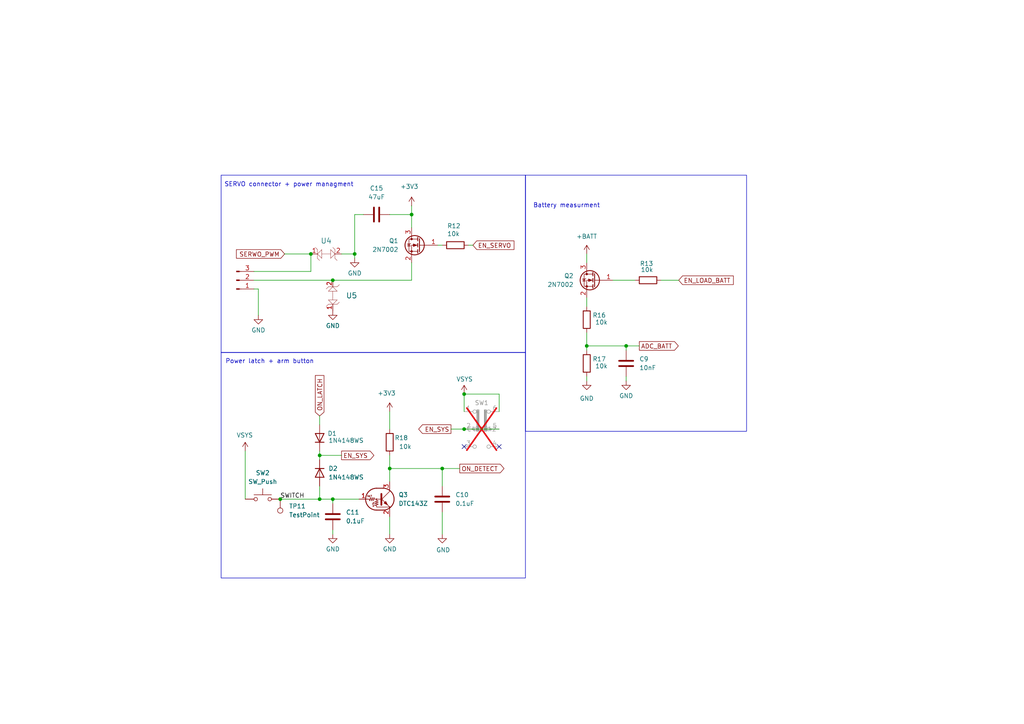
<source format=kicad_sch>
(kicad_sch (version 20250114) (generator "eeschema") (generator_version "9.0")
  (paper "A4")
  (title_block (title "DRP.004") (date "2025-04-05") (rev "v0") (company "SaintCarbonara") (comment 1 "QUACK-QUACK, MAFAKA!") (comment 2 "QUACK-QUACK, MAFAKA!"))
  (lib_symbols
    (symbol "Connector:Conn_01x03_Pin" (pin_names (offset 1.016) (hide yes))
      (property "Reference" "J" (at 0 5.08 0))
      (property "Value" "Conn_01x03_Pin" (at 0 -5.08 0))
      (symbol "Conn_01x03_Pin_1_1"
        (rectangle (start 0.8636 2.667) (end 0 2.413) (stroke (width 0.1524)) (fill (type outline)))
        (rectangle (start 0.8636 0.127) (end 0 -0.127) (stroke (width 0.1524)) (fill (type outline)))
        (rectangle (start 0.8636 -2.413) (end 0 -2.667) (stroke (width 0.1524)) (fill (type outline)))
        (polyline (pts (xy 1.27 2.54) (xy 0.8636 2.54)) (stroke (width 0.1524)))
        (polyline (pts (xy 1.27 0) (xy 0.8636 0)) (stroke (width 0.1524)))
        (polyline (pts (xy 1.27 -2.54) (xy 0.8636 -2.54)) (stroke (width 0.1524)))
        (pin passive line (at 5.08 2.54 180) (length 3.81) (name "Pin_1") (number "1"))
        (pin passive line (at 5.08 0 180) (length 3.81) (name "Pin_2") (number "2"))
        (pin passive line (at 5.08 -2.54 180) (length 3.81) (name "Pin_3") (number "3"))
      )
    )
    (symbol "Connector:TestPoint" (pin_numbers (hide yes)) (pin_names (offset 0.762) (hide yes))
      (property "Reference" "TP" (at 0 6.858 0))
      (property "Value" "TestPoint" (at 0 5.08 0))
      (symbol "TestPoint_0_1"
        (circle (center 0 3.302) (radius 0.762))
      )
      (symbol "TestPoint_1_1"
        (pin passive line (at 0 0 90) (length 2.54) (name "1") (number "1"))
      )
    )
    (symbol "Device:C" (pin_numbers (hide yes)) (pin_names (offset 0.254))
      (property "Reference" "C" (at 0.635 2.54 0))
      (property "Value" "C" (at 0.635 -2.54 0))
      (symbol "C_0_1"
        (polyline (pts (xy -2.032 0.762) (xy 2.032 0.762)) (stroke (width 0.508)))
        (polyline (pts (xy -2.032 -0.762) (xy 2.032 -0.762)) (stroke (width 0.508)))
      )
      (symbol "C_1_1"
        (pin passive line (at 0 3.81 270) (length 2.794) (name "~") (number "1"))
        (pin passive line (at 0 -3.81 90) (length 2.794) (name "~") (number "2"))
      )
    )
    (symbol "Device:R" (pin_numbers (hide yes)) (pin_names (offset 0))
      (property "Reference" "R" (at 2.032 0 90))
      (property "Value" "R" (at 0 0 90))
      (symbol "R_0_1"
        (rectangle (start -1.016 -2.54) (end 1.016 2.54) (stroke (width 0.254)))
      )
      (symbol "R_1_1"
        (pin passive line (at 0 3.81 270) (length 1.27) (name "~") (number "1"))
        (pin passive line (at 0 -3.81 90) (length 1.27) (name "~") (number "2"))
      )
    )
    (symbol "Diode:1N4148WS" (pin_numbers (hide yes)) (pin_names (hide yes))
      (property "Reference" "D" (at 0 2.54 0))
      (property "Value" "1N4148WS" (at 0 -2.54 0))
      (symbol "1N4148WS_0_1"
        (polyline (pts (xy -1.27 1.27) (xy -1.27 -1.27)) (stroke (width 0.254)))
        (polyline (pts (xy 1.27 1.27) (xy 1.27 -1.27) (xy -1.27 0) (xy 1.27 1.27)) (stroke (width 0.254)))
        (polyline (pts (xy 1.27 0) (xy -1.27 0)))
      )
      (symbol "1N4148WS_1_1"
        (pin passive line (at -3.81 0 0) (length 2.54) (name "K") (number "1"))
        (pin passive line (at 3.81 0 180) (length 2.54) (name "A") (number "2"))
      )
    )
    (symbol "Switch:SW_Push" (pin_numbers (hide yes)) (pin_names (offset 1.016) (hide yes))
      (property "Reference" "SW" (at 1.27 2.54 0))
      (property "Value" "SW_Push" (at 0 -1.524 0))
      (symbol "SW_Push_0_1"
        (circle (center -2.032 0) (radius 0.508))
        (polyline (pts (xy 0 1.27) (xy 0 3.048)))
        (circle (center 2.032 0) (radius 0.508))
        (polyline (pts (xy 2.54 1.27) (xy -2.54 1.27)))
        (pin passive line (at -5.08 0 0) (length 2.54) (name "1") (number "1"))
        (pin passive line (at 5.08 0 180) (length 2.54) (name "2") (number "2"))
      )
    )
    (symbol "Switch:SW_Slide_DPDT" (pin_names (offset 0) (hide yes))
      (property "Reference" "SW" (at 0 6.858 0))
      (property "Value" "SW_Slide_DPDT" (at 0 -8.128 0))
      (symbol "SW_Slide_DPDT_0_0"
        (circle (center -2.032 5.08) (radius 0.508))
        (circle (center -2.032 -5.08) (radius 0.508))
        (circle (center 2.032 0) (radius 0.508))
        (circle (center 2.032 -5.08) (radius 0.508))
      )
      (symbol "SW_Slide_DPDT_0_1"
        (circle (center -2.032 0) (radius 0.508))
        (circle (center 2.032 5.08) (radius 0.508))
      )
      (symbol "SW_Slide_DPDT_1_1"
        (rectangle (start -1.397 5.588) (end -0.762 -0.508) (fill (type outline)))
        (rectangle (start 0.762 5.588) (end 1.397 -0.508) (fill (type outline)))
        (pin passive line (at -5.08 5.08 0) (length 2.54) (name "A") (number "1"))
        (pin passive line (at -5.08 0 0) (length 2.54) (name "B") (number "2"))
        (pin passive line (at -5.08 -5.08 0) (length 2.54) (name "C") (number "3"))
        (pin passive line (at 5.08 5.08 180) (length 2.54) (name "C") (number "6"))
        (pin passive line (at 5.08 0 180) (length 2.54) (name "B") (number "5"))
        (pin passive line (at 5.08 -5.08 180) (length 2.54) (name "A") (number "4"))
      )
    )
    (symbol "TPD1E10B06DPYR:TPD1E10B06DPYR" (pin_names (offset 0.254))
      (property "Reference" "U" (at 14.605 8.255 0))
      (symbol "TPD1E10B06DPYR_0_1"
        (polyline (pts (xy 11.43 1.905) (xy 12.065 1.27)) (stroke (width 0.0762)))
        (polyline (pts (xy 12.065 1.27) (xy 12.065 -1.27)) (stroke (width 0.0762)))
        (polyline (pts (xy 12.065 0) (xy 13.335 -1.27)) (stroke (width 0.0762)))
        (polyline (pts (xy 12.7 -1.905) (xy 12.065 -1.27)) (stroke (width 0.0762)))
        (polyline (pts (xy 13.335 1.27) (xy 12.065 0)) (stroke (width 0.0762)))
        (polyline (pts (xy 13.335 0) (xy 15.875 0)) (stroke (width 0.0762)))
        (polyline (pts (xy 13.335 -1.27) (xy 13.335 1.27)) (stroke (width 0.0762)))
        (polyline (pts (xy 15.875 -1.27) (xy 15.875 1.27)) (stroke (width 0.0762)))
        (polyline (pts (xy 15.875 -1.27) (xy 17.145 0)) (stroke (width 0.0762)))
        (polyline (pts (xy 16.51 1.905) (xy 17.145 1.27)) (stroke (width 0.0762)))
        (polyline (pts (xy 17.145 0) (xy 15.875 1.27)) (stroke (width 0.0762)))
        (polyline (pts (xy 17.145 -1.27) (xy 17.145 1.27)) (stroke (width 0.0762)))
        (polyline (pts (xy 17.78 -1.905) (xy 17.145 -1.27)) (stroke (width 0.0762)))
      )
      (symbol "TPD1E10B06DPYR_1_1"
        (pin unspecified line (at 10.16 0 0) (length 1.905) (name "") (number "1"))
        (pin unspecified line (at 19.05 0 180) (length 1.905) (name "") (number "2"))
      )
    )
    (symbol "Transistor_BJT:DTC143Z" (pin_names (offset 0) (hide yes))
      (property "Reference" "Q" (at 5.08 1.905 0))
      (property "Value" "DTC143Z" (at 5.08 0 0))
      (symbol "DTC143Z_0_0"
        (text "4k7" (at -3.302 0.889 0) (effects (font (size 0.508 0.508))))
        (text "47k" (at -2.159 -1.524 900) (effects (font (size 0.508 0.508))))
      )
      (symbol "DTC143Z_0_1"
        (polyline (pts (xy -3.429 0) (xy -3.81 0)))
        (polyline (pts (xy -1.27 3.175) (xy 0.635 3.175)) (stroke (width 0.254)))
        (circle (center -1.27 0) (radius 0.127))
        (polyline (pts (xy -1.27 0) (xy -1.27 -0.381) (xy -0.762 -0.508) (xy -1.778 -0.762) (xy -0.762 -1.016) (xy -1.778 -1.27) (xy -0.762 -1.524) (xy -1.778 -1.778) (xy -1.27 -1.905) (xy -1.27 -2.286) (xy 2.54 -2.286)))
        (polyline (pts (xy -1.27 -3.175) (xy 0.635 -3.175)) (stroke (width 0.254)))
        (arc (start -1.27 -3.175) (mid -4.4312 0) (end -1.27 3.175) (stroke (width 0.254)))
        (polyline (pts (xy 0 0) (xy -1.905 0) (xy -2.032 0.508) (xy -2.286 -0.508) (xy -2.54 0.508) (xy -2.794 -0.508) (xy -3.048 0.508) (xy -3.302 -0.508) (xy -3.429 0)))
        (polyline (pts (xy 0 -0.254) (xy 2.54 2.286)))
        (polyline (pts (xy 0.127 1.524) (xy 0.127 -1.651)) (stroke (width 0.508)) (fill (type outline)))
        (arc (start 0.635 3.175) (mid 3.7962 0) (end 0.635 -3.175) (stroke (width 0.254)))
        (polyline (pts (xy 0.889 -1.143) (xy 1.397 -0.635) (xy 1.905 -1.651) (xy 0.889 -1.143)) (fill (type outline)))
        (polyline (pts (xy 2.54 2.286) (xy 2.54 2.54)))
        (polyline (pts (xy 2.54 -2.286) (xy 0 0.254) (xy 0 0.254)))
        (circle (center 2.54 -2.286) (radius 0.127))
      )
      (symbol "DTC143Z_1_1"
        (pin input line (at -6.35 0 0) (length 2.54) (name "B") (number "1"))
        (pin passive line (at 2.54 5.08 270) (length 2.54) (name "C") (number "3"))
        (pin passive line (at 2.54 -5.08 90) (length 2.54) (name "E") (number "2"))
      )
    )
    (symbol "Transistor_FET:2N7002" (pin_names (hide yes))
      (property "Reference" "Q" (at 5.08 1.905 0))
      (property "Value" "2N7002" (at 5.08 0 0))
      (symbol "2N7002_0_1"
        (polyline (pts (xy 0.254 1.905) (xy 0.254 -1.905)) (stroke (width 0.254)))
        (polyline (pts (xy 0.254 0) (xy -2.54 0)))
        (polyline (pts (xy 0.762 2.286) (xy 0.762 1.27)) (stroke (width 0.254)))
        (polyline (pts (xy 0.762 0.508) (xy 0.762 -0.508)) (stroke (width 0.254)))
        (polyline (pts (xy 0.762 -1.27) (xy 0.762 -2.286)) (stroke (width 0.254)))
        (polyline (pts (xy 0.762 -1.778) (xy 3.302 -1.778) (xy 3.302 1.778) (xy 0.762 1.778)))
        (polyline (pts (xy 1.016 0) (xy 2.032 0.381) (xy 2.032 -0.381) (xy 1.016 0)) (fill (type outline)))
        (circle (center 1.651 0) (radius 2.794) (stroke (width 0.254)))
        (polyline (pts (xy 2.54 2.54) (xy 2.54 1.778)))
        (circle (center 2.54 1.778) (radius 0.254) (fill (type outline)))
        (circle (center 2.54 -1.778) (radius 0.254) (fill (type outline)))
        (polyline (pts (xy 2.54 -2.54) (xy 2.54 0) (xy 0.762 0)))
        (polyline (pts (xy 2.794 0.508) (xy 2.921 0.381) (xy 3.683 0.381) (xy 3.81 0.254)))
        (polyline (pts (xy 3.302 0.381) (xy 2.921 -0.254) (xy 3.683 -0.254) (xy 3.302 0.381)))
      )
      (symbol "2N7002_1_1"
        (pin input line (at -5.08 0 0) (length 2.54) (name "G") (number "1"))
        (pin passive line (at 2.54 5.08 270) (length 2.54) (name "D") (number "3"))
        (pin passive line (at 2.54 -5.08 90) (length 2.54) (name "S") (number "2"))
      )
    )
    (symbol "power:+3V3" (power) (pin_numbers (hide yes)) (pin_names (offset 0) (hide yes))
      (property "Value" "+3V3" (at 0 3.556 0))
      (symbol "+3V3_0_1"
        (polyline (pts (xy -0.762 1.27) (xy 0 2.54)))
        (polyline (pts (xy 0 2.54) (xy 0.762 1.27)))
        (polyline (pts (xy 0 0) (xy 0 2.54)))
      )
      (symbol "+3V3_1_1"
        (pin power_in line (at 0 0 90) (length 0) (name "~") (number "1"))
      )
    )
    (symbol "power:+5V" (power) (pin_numbers (hide yes)) (pin_names (offset 0) (hide yes))
      (property "Value" "+5V" (at 0 3.556 0))
      (symbol "+5V_0_1"
        (polyline (pts (xy -0.762 1.27) (xy 0 2.54)))
        (polyline (pts (xy 0 2.54) (xy 0.762 1.27)))
        (polyline (pts (xy 0 0) (xy 0 2.54)))
      )
      (symbol "+5V_1_1"
        (pin power_in line (at 0 0 90) (length 0) (name "~") (number "1"))
      )
    )
    (symbol "power:+BATT" (power) (pin_numbers (hide yes)) (pin_names (offset 0) (hide yes))
      (property "Value" "+BATT" (at 0 3.556 0))
      (symbol "+BATT_0_1"
        (polyline (pts (xy -0.762 1.27) (xy 0 2.54)))
        (polyline (pts (xy 0 2.54) (xy 0.762 1.27)))
        (polyline (pts (xy 0 0) (xy 0 2.54)))
      )
      (symbol "+BATT_1_1"
        (pin power_in line (at 0 0 90) (length 0) (name "~") (number "1"))
      )
    )
    (symbol "power:GND" (power) (pin_numbers (hide yes)) (pin_names (offset 0) (hide yes))
      (property "Value" "GND" (at 0 -3.81 0))
      (symbol "GND_0_1"
        (polyline (pts (xy 0 0) (xy 0 -1.27) (xy 1.27 -1.27) (xy 0 -2.54) (xy -1.27 -1.27) (xy 0 -1.27)))
      )
      (symbol "GND_1_1"
        (pin power_in line (at 0 0 270) (length 0) (name "~") (number "1"))
      )
    )
    (symbol "power:VCC" (power) (pin_numbers (hide yes)) (pin_names (offset 0) (hide yes))
      (property "Value" "VCC" (at 0 3.556 0))
      (symbol "VCC_0_1"
        (polyline (pts (xy -0.762 1.27) (xy 0 2.54)))
        (polyline (pts (xy 0 2.54) (xy 0.762 1.27)))
        (polyline (pts (xy 0 0) (xy 0 2.54)))
      )
      (symbol "VCC_1_1"
        (pin power_in line (at 0 0 90) (length 0) (name "~") (number "1"))
      )
    )
  )
  (rectangle (start 152.4 50.8) (end 216.535 125.095))
  (rectangle (start 64.135 102.235) (end 152.4 167.64))
  (rectangle (start 64.135 50.8) (end 152.4 102.235))
  (text "SERVO connector + power managment" (at 83.82 53.594 0) (effects (font (size 1.27 1.27))))
  (text "Battery measurment" (at 164.338 59.69 0) (effects (font (size 1.27 1.27))))
  (text "Power latch + arm button" (at 78.232 104.902 0) (effects (font (size 1.27 1.27))))
  (junction (at 96.52 81.28))
  (junction (at 90.17 73.66))
  (junction (at 102.87 73.66))
  (junction (at 128.27 135.89))
  (junction (at 134.62 114.3))
  (junction (at 113.03 135.89))
  (junction (at 181.61 100.33))
  (junction (at 119.38 62.23))
  (junction (at 92.71 132.08))
  (junction (at 96.52 144.78))
  (junction (at 81.28 144.78))
  (junction (at 134.62 124.46))
  (junction (at 170.18 100.33))
  (junction (at 92.71 144.78))
  (no_connect (at 144.78 129.54))
  (no_connect (at 134.62 129.54))
  (wire (pts (xy 170.18 96.52) (xy 170.18 100.33)))
  (wire (pts (xy 73.66 78.74) (xy 90.17 78.74)))
  (wire (pts (xy 170.18 100.33) (xy 170.18 101.6)))
  (wire (pts (xy 137.16 71.12) (xy 135.89 71.12)))
  (wire (pts (xy 113.03 135.89) (xy 128.27 135.89)))
  (wire (pts (xy 96.52 81.28) (xy 119.38 81.28)))
  (wire (pts (xy 127 71.12) (xy 128.27 71.12)))
  (wire (pts (xy 99.06 73.66) (xy 102.87 73.66)))
  (wire (pts (xy 92.71 132.08) (xy 92.71 133.35)))
  (wire (pts (xy 128.27 140.97) (xy 128.27 135.89)))
  (wire (pts (xy 92.71 144.78) (xy 96.52 144.78)))
  (wire (pts (xy 73.66 81.28) (xy 96.52 81.28)))
  (wire (pts (xy 96.52 146.05) (xy 96.52 144.78)))
  (wire (pts (xy 170.18 109.22) (xy 170.18 110.49)))
  (wire (pts (xy 102.87 62.23) (xy 102.87 73.66)))
  (wire (pts (xy 170.18 100.33) (xy 181.61 100.33)))
  (wire (pts (xy 191.77 81.28) (xy 196.85 81.28)))
  (wire (pts (xy 144.78 119.38) (xy 144.78 114.3)))
  (wire (pts (xy 119.38 81.28) (xy 119.38 76.2)))
  (wire (pts (xy 181.61 100.33) (xy 181.61 101.6)))
  (wire (pts (xy 92.71 132.08) (xy 99.06 132.08)))
  (wire (pts (xy 82.55 73.66) (xy 90.17 73.66)))
  (wire (pts (xy 96.52 153.67) (xy 96.52 154.94)))
  (wire (pts (xy 102.87 74.93) (xy 102.87 73.66)))
  (wire (pts (xy 119.38 62.23) (xy 119.38 66.04)))
  (wire (pts (xy 96.52 144.78) (xy 104.14 144.78)))
  (wire (pts (xy 73.66 83.82) (xy 74.93 83.82)))
  (wire (pts (xy 113.03 119.38) (xy 113.03 124.46)))
  (wire (pts (xy 81.28 144.78) (xy 92.71 144.78)))
  (wire (pts (xy 105.41 62.23) (xy 102.87 62.23)))
  (wire (pts (xy 128.27 135.89) (xy 133.35 135.89)))
  (wire (pts (xy 74.93 83.82) (xy 74.93 91.44)))
  (wire (pts (xy 92.71 123.19) (xy 92.71 120.65)))
  (wire (pts (xy 92.71 140.97) (xy 92.71 144.78)))
  (wire (pts (xy 71.12 130.81) (xy 71.12 144.78)))
  (wire (pts (xy 119.38 59.69) (xy 119.38 62.23)))
  (wire (pts (xy 90.17 73.66) (xy 90.17 78.74)))
  (wire (pts (xy 144.78 124.46) (xy 134.62 124.46)))
  (wire (pts (xy 113.03 149.86) (xy 113.03 154.94)))
  (wire (pts (xy 170.18 86.36) (xy 170.18 88.9)))
  (wire (pts (xy 92.71 130.81) (xy 92.71 132.08)))
  (wire (pts (xy 177.8 81.28) (xy 184.15 81.28)))
  (wire (pts (xy 130.81 124.46) (xy 134.62 124.46)))
  (wire (pts (xy 134.62 114.3) (xy 144.78 114.3)))
  (wire (pts (xy 113.03 135.89) (xy 113.03 139.7)))
  (wire (pts (xy 185.42 100.33) (xy 181.61 100.33)))
  (wire (pts (xy 119.38 62.23) (xy 113.03 62.23)))
  (wire (pts (xy 181.61 109.22) (xy 181.61 110.49)))
  (wire (pts (xy 170.18 73.66) (xy 170.18 76.2)))
  (wire (pts (xy 113.03 132.08) (xy 113.03 135.89)))
  (wire (pts (xy 134.62 114.3) (xy 134.62 119.38)))
  (wire (pts (xy 128.27 148.59) (xy 128.27 154.94)))
  (label "SWITCH" (at 81.28 144.78 0))
  (global_label "EN_LOAD_BATT" (shape input) (at 196.85 81.28 0) (property "Intersheetrefs" "${INTERSHEET_REFS}" (effects (hide yes))))
  (global_label "SERWO_PWM" (shape input) (at 82.55 73.66 180) (property "Intersheetrefs" "${INTERSHEET_REFS}" (effects (hide yes))) (property "Netclass" "PWM" (effects (hide yes))))
  (global_label "ON_LATCH" (shape input) (at 92.71 120.65 90) (property "Intersheetrefs" "${INTERSHEET_REFS}" (effects (hide yes))))
  (global_label "ON_DETECT" (shape output) (at 133.35 135.89 0) (property "Intersheetrefs" "${INTERSHEET_REFS}" (effects (hide yes))))
  (global_label "ADC_BATT" (shape output) (at 185.42 100.33 0) (property "Intersheetrefs" "${INTERSHEET_REFS}" (effects (hide yes))) (property "Netclass" "ANALOG" (effects (hide yes))))
  (global_label "EN_SERVO" (shape input) (at 137.16 71.12 0) (property "Intersheetrefs" "${INTERSHEET_REFS}" (effects (hide yes))))
  (global_label "EN_SYS" (shape output) (at 99.06 132.08 0) (property "Intersheetrefs" "${INTERSHEET_REFS}" (effects (hide yes))))
  (global_label "EN_SYS" (shape output) (at 130.81 124.46 180) (property "Intersheetrefs" "${INTERSHEET_REFS}" (effects (hide yes))))
  (symbol (lib_id "Device:C") (at 128.27 144.78 0) (mirror y) (unit 1)
    (property "Reference" "C10" (at 132.08 143.5099 0) (effects (justify right)))
    (property "Value" "0.1uF" (at 132.08 146.0499 0) (effects (justify right)))
    (property "Footprint" "Capacitor_SMD:C_0603_1608Metric" (effects (hide yes)))
    (property "Description" "Unpolarized capacitor" (effects (hide yes)))
  )
  (symbol (lib_id "power:GND") (at 128.27 154.94 0) (mirror y) (unit 1)
    (property "Reference" "#PWR041" (effects (hide yes)))
    (property "Value" "GND" (at 126.492 159.512 0) (effects (justify right)))
    (property "Description" "Power symbol creates a global label with name \"GND\" , ground" (effects (hide yes)))
  )
  (symbol (lib_id "TPD1E10B06DPYR:TPD1E10B06DPYR") (at 96.52 100.33 90) (unit 1)
    (property "Reference" "U5" (at 100.33 85.7249 90) (effects (font (size 1.524 1.524)) (justify right)))
    (property "Value" "TPD1E10B06DPYR" (effects (hide yes)))
    (property "Footprint" "TPD1E10B06DPYR:X1SON-2_L1.0-W0.6-P0.65-BI" (effects (hide yes)))
    (property "Datasheet" "TPD1E10B06DPYR" (effects (hide yes)))
    (property "LCSC" "C48260" (effects (hide yes)))
  )
  (symbol (lib_id "Switch:SW_Slide_DPDT") (at 139.7 124.46 0) (unit 1) (dnp yes)
    (property "Reference" "SW1" (at 139.7 116.84 0))
    (property "Value" "SW_Slide_DPDT" (effects (hide yes)))
    (property "Footprint" "Button_Switch_THT:SW_CK_JS202011CQN_DPDT_Straight" (effects (hide yes)))
    (property "Description" "Slide Switch, dual pole double throw" (effects (hide yes)))
    (property "LCSC" "C431542" (at 139.7 124.46 0))
  )
  (symbol (lib_id "power:GND") (at 170.18 110.49 0) (mirror y) (unit 1)
    (property "Reference" "#PWR034" (effects (hide yes)))
    (property "Value" "GND" (at 170.18 115.57 0))
    (property "Description" "Power symbol creates a global label with name \"GND\" , ground" (effects (hide yes)))
  )
  (symbol (lib_id "Connector:TestPoint") (at 81.28 144.78 180) (unit 1) (in_bom no)
    (property "Reference" "TP11" (at 83.82 146.8119 0) (effects (justify right)))
    (property "Value" "TestPoint" (at 83.82 149.3519 0) (effects (justify right)))
    (property "Footprint" "TestPoint:TestPoint_Pad_D1.0mm" (effects (hide yes)))
    (property "Description" "test point" (effects (hide yes)))
  )
  (symbol (lib_id "Device:R") (at 132.08 71.12 270) (mirror x) (unit 1)
    (property "Reference" "R12" (at 133.604 65.532 90) (effects (justify right)))
    (property "Value" "10k" (at 133.35 67.818 90) (effects (justify right)))
    (property "Footprint" "Resistor_SMD:R_0603_1608Metric" (effects (hide yes)))
    (property "Description" "Resistor" (effects (hide yes)))
  )
  (symbol (lib_id "Device:R") (at 170.18 92.71 180) (unit 1)
    (property "Reference" "R16" (at 175.768 91.44 0) (effects (justify left)))
    (property "Value" "10k" (at 176.276 93.472 0) (effects (justify left)))
    (property "Footprint" "Resistor_SMD:R_0603_1608Metric" (effects (hide yes)))
    (property "Description" "Resistor" (effects (hide yes)))
  )
  (symbol (lib_id "power:GND") (at 74.93 91.44 0) (mirror y) (unit 1)
    (property "Reference" "#PWR032" (effects (hide yes)))
    (property "Value" "GND" (at 72.898 95.758 0) (effects (justify right)))
    (property "Description" "Power symbol creates a global label with name \"GND\" , ground" (effects (hide yes)))
  )
  (symbol (lib_id "Transistor_FET:2N7002") (at 172.72 81.28 0) (mirror y) (unit 1)
    (property "Reference" "Q2" (at 166.37 80.0099 0) (effects (justify left)))
    (property "Value" "2N7002" (at 166.37 82.5499 0) (effects (justify left)))
    (property "Footprint" "Package_TO_SOT_SMD:SOT-23" (effects (hide yes)))
    (property "Datasheet" "https://www.onsemi.com/pub/Collateral/NDS7002A-D.PDF" (effects (hide yes)))
    (property "Description" "0.115A Id, 60V Vds, N-Channel MOSFET, SOT-23" (effects (hide yes)))
    (property "LCSC" "C8545" (effects (hide yes)))
  )
  (symbol (lib_id "Transistor_BJT:DTC143Z") (at 110.49 144.78 0) (unit 1)
    (property "Reference" "Q3" (at 115.57 143.5099 0) (effects (justify left)))
    (property "Value" "DTC143Z" (at 115.57 146.0499 0) (effects (justify left)))
    (property "Footprint" "SOT-523:SOT-523" (effects (hide yes)))
    (property "Description" "Digital NPN Transistor, 4k7/47k, SOT-23" (effects (hide yes)))
    (property "LCSC" "C6423741" (effects (hide yes)))
  )
  (symbol (lib_id "power:VCC") (at 71.12 130.81 0) (mirror y) (unit 1)
    (property "Reference" "#PWR038" (effects (hide yes)))
    (property "Value" "VSYS" (at 68.58 126.238 0) (effects (justify right)))
    (property "Description" "Power symbol creates a global label with name \"VCC\"" (effects (hide yes)))
  )
  (symbol (lib_id "Transistor_FET:2N7002") (at 121.92 71.12 0) (mirror y) (unit 1)
    (property "Reference" "Q1" (at 115.57 69.8499 0) (effects (justify left)))
    (property "Value" "2N7002" (at 115.57 72.3899 0) (effects (justify left)))
    (property "Footprint" "Package_TO_SOT_SMD:SOT-23" (effects (hide yes)))
    (property "Datasheet" "https://www.onsemi.com/pub/Collateral/NDS7002A-D.PDF" (effects (hide yes)))
    (property "Description" "0.115A Id, 60V Vds, N-Channel MOSFET, SOT-23" (effects (hide yes)))
    (property "LCSC" "C8545" (effects (hide yes)))
  )
  (symbol (lib_id "Device:R") (at 187.96 81.28 270) (mirror x) (unit 1)
    (property "Reference" "R13" (at 189.484 76.454 90) (effects (justify right)))
    (property "Value" "10k" (at 189.484 78.232 90) (effects (justify right)))
    (property "Footprint" "Resistor_SMD:R_0603_1608Metric" (effects (hide yes)))
    (property "Description" "Resistor" (effects (hide yes)))
  )
  (symbol (lib_id "TPD1E10B06DPYR:TPD1E10B06DPYR") (at 80.01 73.66 0) (unit 1)
    (property "Reference" "U4" (at 94.615 69.85 0) (effects (font (size 1.524 1.524))))
    (property "Value" "TPD1E10B06DPYR" (effects (hide yes)))
    (property "Footprint" "TPD1E10B06DPYR:X1SON-2_L1.0-W0.6-P0.65-BI" (effects (hide yes)))
    (property "Datasheet" "TPD1E10B06DPYR" (effects (hide yes)))
    (property "LCSC" "C48260" (effects (hide yes)))
  )
  (symbol (lib_id "Device:C") (at 109.22 62.23 270) (mirror x) (unit 1)
    (property "Reference" "C15" (at 109.22 54.61 90))
    (property "Value" "47uF" (at 109.22 57.15 90))
    (property "Footprint" "Capacitor_SMD:C_1206_3216Metric" (effects (hide yes)))
    (property "Description" "Unpolarized capacitor" (effects (hide yes)))
  )
  (symbol (lib_id "power:+BATT") (at 170.18 73.66 0) (unit 1)
    (property "Reference" "#PWR028" (effects (hide yes)))
    (property "Value" "+BATT" (at 170.18 68.58 0))
    (property "Description" "Power symbol creates a global label with name \"+BATT\"" (effects (hide yes)))
  )
  (symbol (lib_id "Device:C") (at 96.52 149.86 0) (mirror y) (unit 1)
    (property "Reference" "C11" (at 100.33 148.5899 0) (effects (justify right)))
    (property "Value" "0.1uF" (at 100.33 151.1299 0) (effects (justify right)))
    (property "Footprint" "Capacitor_SMD:C_0603_1608Metric" (effects (hide yes)))
    (property "Description" "Unpolarized capacitor" (effects (hide yes)))
  )
  (symbol (lib_id "power:GND") (at 96.52 90.17 0) (mirror y) (unit 1)
    (property "Reference" "#PWR033" (effects (hide yes)))
    (property "Value" "GND" (at 94.488 94.488 0) (effects (justify right)))
    (property "Description" "Power symbol creates a global label with name \"GND\" , ground" (effects (hide yes)))
  )
  (symbol (lib_id "Device:C") (at 181.61 105.41 0) (mirror y) (unit 1)
    (property "Reference" "C9" (at 185.42 104.1399 0) (effects (justify right)))
    (property "Value" "10nF" (at 185.42 106.6799 0) (effects (justify right)))
    (property "Footprint" "Capacitor_SMD:C_0603_1608Metric" (effects (hide yes)))
    (property "Description" "Unpolarized capacitor" (effects (hide yes)))
  )
  (symbol (lib_id "Diode:1N4148WS") (at 92.71 137.16 270) (unit 1)
    (property "Reference" "D2" (at 95.25 135.8899 90) (effects (justify left)))
    (property "Value" "1N4148WS" (at 95.25 138.4299 90) (effects (justify left)))
    (property "Footprint" "Diode_SMD:D_SOD-323" (effects (hide yes)))
    (property "Datasheet" "https://www.vishay.com/docs/85751/1n4148ws.pdf" (effects (hide yes)))
    (property "Description" "75V 0.15A Fast switching Diode, SOD-323" (effects (hide yes)))
    (property "Sim.Device" "D" (effects (hide yes)))
    (property "Sim.Pins" "1=K 2=A" (effects (hide yes)))
    (property "LCSC" "C6423741" (effects (hide yes)))
  )
  (symbol (lib_id "power:GND") (at 102.87 74.93 0) (mirror y) (unit 1)
    (property "Reference" "#PWR029" (effects (hide yes)))
    (property "Value" "GND" (at 100.838 79.248 0) (effects (justify right)))
    (property "Description" "Power symbol creates a global label with name \"GND\" , ground" (effects (hide yes)))
  )
  (symbol (lib_id "Connector:Conn_01x03_Pin") (at 68.58 81.28 0) (mirror x) (unit 1)
    (property "Reference" "J3" (effects (hide yes)))
    (property "Value" "Conn_01x03_Pin" (effects (hide yes)))
    (property "Footprint" "conn:PinHeader_1x03_P2.54mm_Horizontal" (effects (hide yes)))
    (property "Description" "Generic connector, single row, 01x03, script generated" (effects (hide yes)))
  )
  (symbol (lib_id "power:GND") (at 96.52 154.94 0) (mirror y) (unit 1)
    (property "Reference" "#PWR039" (effects (hide yes)))
    (property "Value" "GND" (at 94.488 159.258 0) (effects (justify right)))
    (property "Description" "Power symbol creates a global label with name \"GND\" , ground" (effects (hide yes)))
  )
  (symbol (lib_id "power:+5V") (at 119.38 59.69 0) (unit 1)
    (property "Reference" "#PWR027" (effects (hide yes)))
    (property "Value" "+3V3" (at 116.078 54.102 0) (effects (justify left)))
    (property "Description" "Power symbol creates a global label with name \"+5V\"" (effects (hide yes)))
  )
  (symbol (lib_id "Device:R") (at 170.18 105.41 180) (unit 1)
    (property "Reference" "R17" (at 175.768 104.14 0) (effects (justify left)))
    (property "Value" "10k" (at 176.276 106.172 0) (effects (justify left)))
    (property "Footprint" "Resistor_SMD:R_0603_1608Metric" (effects (hide yes)))
    (property "Description" "Resistor" (effects (hide yes)))
  )
  (symbol (lib_id "power:+3V3") (at 113.03 119.38 0) (mirror y) (unit 1)
    (property "Reference" "#PWR037" (effects (hide yes)))
    (property "Value" "+3V3" (at 109.474 114.046 0) (effects (justify right)))
    (property "Description" "Power symbol creates a global label with name \"+3V3\"" (effects (hide yes)))
  )
  (symbol (lib_id "power:GND") (at 113.03 154.94 0) (mirror y) (unit 1)
    (property "Reference" "#PWR040" (effects (hide yes)))
    (property "Value" "GND" (at 110.998 159.258 0) (effects (justify right)))
    (property "Description" "Power symbol creates a global label with name \"GND\" , ground" (effects (hide yes)))
  )
  (symbol (lib_id "Switch:SW_Push") (at 76.2 144.78 0) (unit 1)
    (property "Reference" "SW2" (at 76.2 137.16 0))
    (property "Value" "SW_Push" (at 76.2 139.7 0))
    (property "Footprint" "SWITCHES:SW_SPST_PTS645" (effects (hide yes)))
    (property "Description" "Push button switch, generic, two pins" (effects (hide yes)))
    (property "LCSC" "C2837531" (effects (hide yes)))
  )
  (symbol (lib_id "power:GND") (at 181.61 110.49 0) (mirror y) (unit 1)
    (property "Reference" "#PWR035" (effects (hide yes)))
    (property "Value" "GND" (at 179.578 114.808 0) (effects (justify right)))
    (property "Description" "Power symbol creates a global label with name \"GND\" , ground" (effects (hide yes)))
  )
  (symbol (lib_id "Diode:1N4148WS") (at 92.71 127 270) (mirror x) (unit 1)
    (property "Reference" "D1" (at 94.996 125.73 90) (effects (justify left)))
    (property "Value" "1N4148WS" (at 95.25 127.762 90) (effects (justify left)))
    (property "Footprint" "Diode_SMD:D_SOD-323" (effects (hide yes)))
    (property "Datasheet" "https://www.vishay.com/docs/85751/1n4148ws.pdf" (effects (hide yes)))
    (property "Description" "75V 0.15A Fast switching Diode, SOD-323" (effects (hide yes)))
    (property "Sim.Device" "D" (effects (hide yes)))
    (property "Sim.Pins" "1=K 2=A" (effects (hide yes)))
    (property "LCSC" "C6423741" (effects (hide yes)))
  )
  (symbol (lib_id "power:VCC") (at 134.62 114.3 0) (mirror y) (unit 1)
    (property "Reference" "#PWR036" (effects (hide yes)))
    (property "Value" "VSYS" (at 132.334 109.982 0) (effects (justify right)))
    (property "Description" "Power symbol creates a global label with name \"VCC\"" (effects (hide yes)))
  )
  (symbol (lib_id "Device:R") (at 113.03 128.27 180) (unit 1)
    (property "Reference" "R18" (at 118.364 127 0) (effects (justify left)))
    (property "Value" "10k" (at 119.38 129.54 0) (effects (justify left)))
    (property "Footprint" "Resistor_SMD:R_0603_1608Metric" (effects (hide yes)))
    (property "Description" "Resistor" (effects (hide yes)))
  )
)
</source>
